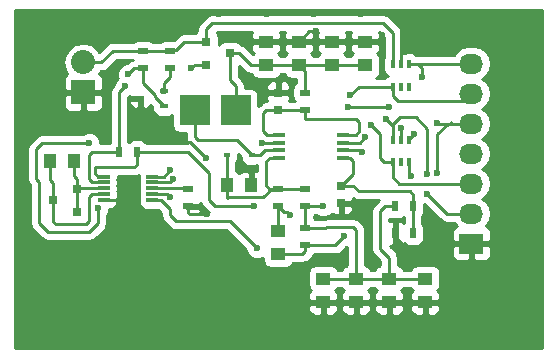
<source format=gbr>
G04 #@! TF.FileFunction,Copper,L1,Top,Signal*
%FSLAX46Y46*%
G04 Gerber Fmt 4.6, Leading zero omitted, Abs format (unit mm)*
G04 Created by KiCad (PCBNEW 0.201604232031+6710~44~ubuntu16.04.1-product) date Wed 27 Apr 2016 04:55:32 PM PDT*
%MOMM*%
%LPD*%
G01*
G04 APERTURE LIST*
%ADD10C,0.100000*%
%ADD11R,1.250000X1.000000*%
%ADD12R,0.750000X0.800000*%
%ADD13R,1.000000X1.250000*%
%ADD14R,0.590000X0.450000*%
%ADD15R,0.398780X0.749300*%
%ADD16R,1.000000X0.300000*%
%ADD17R,2.500000X2.500000*%
%ADD18R,2.032000X2.032000*%
%ADD19O,2.032000X2.032000*%
%ADD20R,2.032000X1.727200*%
%ADD21O,2.032000X1.727200*%
%ADD22R,0.711200X0.457200*%
%ADD23R,0.800100X0.800100*%
%ADD24R,0.900000X0.500000*%
%ADD25R,0.500000X0.900000*%
%ADD26R,1.016000X0.305000*%
%ADD27C,0.600000*%
%ADD28C,0.250000*%
%ADD29C,0.254000*%
G04 APERTURE END LIST*
D10*
D11*
X181356000Y-72374000D03*
X181356000Y-70374000D03*
X178562000Y-72374000D03*
X178562000Y-70374000D03*
X175768000Y-72374000D03*
X175768000Y-70374000D03*
X172974000Y-72374000D03*
X172974000Y-70374000D03*
D12*
X173990000Y-76188000D03*
X173990000Y-74688000D03*
D13*
X169688000Y-82550000D03*
X171688000Y-82550000D03*
D12*
X179324000Y-82562000D03*
X179324000Y-84062000D03*
D11*
X173990000Y-88376000D03*
X173990000Y-86376000D03*
X186436000Y-90440000D03*
X186436000Y-92440000D03*
X183388000Y-90440000D03*
X183388000Y-92440000D03*
D13*
X154702000Y-80518000D03*
X156702000Y-80518000D03*
D11*
X177800000Y-90440000D03*
X177800000Y-92440000D03*
X180594000Y-90440000D03*
X180594000Y-92440000D03*
D14*
X169633000Y-80010000D03*
X171743000Y-80010000D03*
D15*
X185028840Y-72303640D03*
X184378600Y-72303640D03*
X183728360Y-72303640D03*
X183728360Y-74203560D03*
X184378600Y-74203560D03*
X185028840Y-74203560D03*
D16*
X174084000Y-80223000D03*
X174084000Y-79573000D03*
X174084000Y-78923000D03*
X174084000Y-78273000D03*
X179484000Y-80223000D03*
X179484000Y-79573000D03*
X179484000Y-78923000D03*
X179484000Y-78273000D03*
D15*
X185028840Y-78704440D03*
X184378600Y-78704440D03*
X183728360Y-78704440D03*
X183728360Y-80604360D03*
X184378600Y-80604360D03*
X185028840Y-80604360D03*
D17*
X166906000Y-76200000D03*
X170406000Y-76200000D03*
D18*
X157480000Y-74676000D03*
D19*
X157480000Y-72136000D03*
D20*
X190347600Y-87477600D03*
D21*
X190347600Y-84937600D03*
X190347600Y-82397600D03*
X190347600Y-79857600D03*
X190347600Y-77317600D03*
X190347600Y-74777600D03*
X190347600Y-72237600D03*
D22*
X164338000Y-75844400D03*
X164338000Y-74523600D03*
X162306000Y-75184000D03*
D23*
X167909240Y-70424000D03*
X167909240Y-72324000D03*
X169908220Y-71374000D03*
X156956760Y-84770000D03*
X156956760Y-82870000D03*
X154957780Y-83820000D03*
D24*
X164846000Y-71132000D03*
X164846000Y-72632000D03*
X162560000Y-71132000D03*
X162560000Y-72632000D03*
X176276000Y-76188000D03*
X176276000Y-74688000D03*
X173990000Y-82816000D03*
X173990000Y-84316000D03*
X176276000Y-84316000D03*
X176276000Y-82816000D03*
X176276000Y-86118000D03*
X176276000Y-87618000D03*
D25*
X183908000Y-84328000D03*
X185408000Y-84328000D03*
X185408000Y-86614000D03*
X183908000Y-86614000D03*
X160540000Y-79756000D03*
X162040000Y-79756000D03*
D24*
X166370000Y-82816000D03*
X166370000Y-84316000D03*
D26*
X159244000Y-81804000D03*
X159244000Y-82304000D03*
X159244000Y-82804000D03*
X159244000Y-83304000D03*
X159244000Y-83804000D03*
X163336000Y-81804000D03*
X163336000Y-82304000D03*
X163336000Y-82804000D03*
X163336000Y-83304000D03*
X163336000Y-83804000D03*
D27*
X158750000Y-84500000D03*
X158000000Y-79000000D03*
X185000000Y-88000000D03*
X181900000Y-89500000D03*
X184400000Y-77700000D03*
X188000000Y-90000000D03*
X177170000Y-69520000D03*
X170850000Y-72750000D03*
X172580000Y-78920000D03*
X182790000Y-69840000D03*
X171180000Y-69740000D03*
X172480000Y-75670000D03*
X162000000Y-77000000D03*
X171710000Y-81350000D03*
X167890000Y-80220000D03*
X167970000Y-84960000D03*
X161000000Y-83000000D03*
X196000000Y-96000000D03*
X196000000Y-92000000D03*
X196000000Y-88000000D03*
X196000000Y-84000000D03*
X196000000Y-79000000D03*
X196000000Y-75000000D03*
X196000000Y-71000000D03*
X196000000Y-68000000D03*
X193000000Y-68000000D03*
X189000000Y-68000000D03*
X185000000Y-68000000D03*
X181000000Y-68000000D03*
X177000000Y-68000000D03*
X173000000Y-68000000D03*
X169000000Y-68000000D03*
X165000000Y-68000000D03*
X161000000Y-68000000D03*
X157000000Y-68000000D03*
X152000000Y-68000000D03*
X152000000Y-72000000D03*
X152000000Y-76000000D03*
X152000000Y-80000000D03*
X152000000Y-84000000D03*
X152000000Y-89000000D03*
X152000000Y-92000000D03*
X152000000Y-96000000D03*
X155000000Y-96000000D03*
X155000000Y-92000000D03*
X155000000Y-89000000D03*
X158000000Y-89000000D03*
X158000000Y-92000000D03*
X158000000Y-96000000D03*
X162000000Y-96000000D03*
X162000000Y-92000000D03*
X162000000Y-89000000D03*
X162000000Y-86000000D03*
X166000000Y-87000000D03*
X166000000Y-89000000D03*
X166000000Y-92000000D03*
X166000000Y-96000000D03*
X170000000Y-96000000D03*
X170000000Y-92000000D03*
X170000000Y-89000000D03*
X173000000Y-92000000D03*
X174000000Y-96000000D03*
X178000000Y-96000000D03*
X183000000Y-96000000D03*
X188000000Y-96000000D03*
X192000000Y-96000000D03*
X179578000Y-86868000D03*
X181356000Y-78486000D03*
X175006000Y-85090000D03*
X181102000Y-79756000D03*
X177800000Y-84328000D03*
X171958000Y-84328000D03*
X166624000Y-72644000D03*
X161290000Y-73152000D03*
X180086000Y-74930000D03*
X164846000Y-81280000D03*
X186600000Y-83250000D03*
X186600000Y-81560000D03*
X164338000Y-74523600D03*
X183134000Y-76962000D03*
X179870000Y-75940000D03*
X183350000Y-75920000D03*
X186182000Y-73406000D03*
X161036000Y-74168000D03*
X185450000Y-78220000D03*
X187410000Y-77310000D03*
X187452000Y-81534000D03*
X172212000Y-87884000D03*
X181864000Y-77470000D03*
X165100000Y-82042000D03*
X185250000Y-81750000D03*
X164846000Y-83566000D03*
D28*
X158750000Y-84500000D02*
X158750000Y-85750000D01*
X154000000Y-79000000D02*
X158000000Y-79000000D01*
X153500000Y-79500000D02*
X154000000Y-79000000D01*
X153500000Y-82000000D02*
X153500000Y-79500000D01*
X153750000Y-82250000D02*
X153500000Y-82000000D01*
X153750000Y-85750000D02*
X153750000Y-82250000D01*
X154500000Y-86500000D02*
X153750000Y-85750000D01*
X158000000Y-86500000D02*
X154500000Y-86500000D01*
X158750000Y-85750000D02*
X158000000Y-86500000D01*
X176276000Y-74688000D02*
X176276000Y-72882000D01*
X176276000Y-72882000D02*
X175768000Y-72374000D01*
X172974000Y-72374000D02*
X175768000Y-72374000D01*
X175768000Y-72374000D02*
X178562000Y-72374000D01*
X178562000Y-72374000D02*
X181356000Y-72374000D01*
X169908220Y-71374000D02*
X169908220Y-73642220D01*
X170406000Y-74140000D02*
X170406000Y-76200000D01*
X169908220Y-73642220D02*
X170406000Y-74140000D01*
X169908220Y-71374000D02*
X170688000Y-71374000D01*
X171688000Y-72374000D02*
X172974000Y-72374000D01*
X170688000Y-71374000D02*
X171688000Y-72374000D01*
X159244000Y-83804000D02*
X161000000Y-83804000D01*
X160900000Y-83700000D02*
X161000000Y-83700000D01*
X160900000Y-83704000D02*
X160900000Y-83700000D01*
X161000000Y-83804000D02*
X160900000Y-83704000D01*
X184378600Y-78704440D02*
X184378600Y-77721400D01*
X184378600Y-77721400D02*
X184400000Y-77700000D01*
X183908000Y-86614000D02*
X183908000Y-86908000D01*
X183908000Y-86908000D02*
X185000000Y-88000000D01*
X188000000Y-90000000D02*
X188000000Y-89000000D01*
X188000000Y-96000000D02*
X188000000Y-90000000D01*
X187000000Y-88000000D02*
X185000000Y-88000000D01*
X188000000Y-89000000D02*
X187000000Y-88000000D01*
X184378600Y-72303640D02*
X184378600Y-68621400D01*
X184378600Y-68621400D02*
X185000000Y-68000000D01*
X181356000Y-70374000D02*
X178562000Y-70374000D01*
X178562000Y-70374000D02*
X175768000Y-70374000D01*
X175768000Y-70374000D02*
X172974000Y-70374000D01*
X177170000Y-69520000D02*
X176622000Y-69520000D01*
X176622000Y-69520000D02*
X175768000Y-70374000D01*
X172480000Y-75670000D02*
X172480000Y-74660000D01*
X170850000Y-73030000D02*
X170850000Y-72750000D01*
X172480000Y-74660000D02*
X170850000Y-73030000D01*
X174084000Y-78923000D02*
X172583000Y-78923000D01*
X172583000Y-78923000D02*
X172580000Y-78920000D01*
X182790000Y-69840000D02*
X182730000Y-69840000D01*
X171160000Y-69760000D02*
X171160000Y-69770000D01*
X171180000Y-69740000D02*
X171160000Y-69760000D01*
X172480000Y-75670000D02*
X172480000Y-75650000D01*
X162000000Y-77000000D02*
X163110000Y-77000000D01*
X171688000Y-81372000D02*
X171688000Y-82550000D01*
X171710000Y-81350000D02*
X171688000Y-81372000D01*
X166520000Y-78850000D02*
X167890000Y-80220000D01*
X164960000Y-78850000D02*
X166520000Y-78850000D01*
X163110000Y-77000000D02*
X164960000Y-78850000D01*
X167970000Y-84960000D02*
X166480000Y-84960000D01*
X166370000Y-84850000D02*
X166370000Y-84316000D01*
X166480000Y-84960000D02*
X166370000Y-84850000D01*
X167920000Y-85010000D02*
X167920000Y-85020000D01*
X167970000Y-84960000D02*
X167920000Y-85010000D01*
X162000000Y-86000000D02*
X161000000Y-85000000D01*
X161000000Y-85000000D02*
X161000000Y-83700000D01*
X161000000Y-83700000D02*
X161000000Y-83000000D01*
X196000000Y-92000000D02*
X196000000Y-88000000D01*
X196000000Y-88000000D02*
X196000000Y-96000000D01*
X196000000Y-84000000D02*
X196000000Y-79000000D01*
X196000000Y-75000000D02*
X196000000Y-71000000D01*
X196000000Y-68000000D02*
X193000000Y-68000000D01*
X189000000Y-68000000D02*
X185000000Y-68000000D01*
X181000000Y-68000000D02*
X177000000Y-68000000D01*
X173000000Y-68000000D02*
X169000000Y-68000000D01*
X165000000Y-68000000D02*
X161000000Y-68000000D01*
X157000000Y-68000000D02*
X152000000Y-68000000D01*
X152000000Y-72000000D02*
X152000000Y-76000000D01*
X152000000Y-80000000D02*
X152000000Y-84000000D01*
X152000000Y-89000000D02*
X152000000Y-92000000D01*
X152000000Y-96000000D02*
X155000000Y-96000000D01*
X155000000Y-92000000D02*
X155000000Y-89000000D01*
X158000000Y-89000000D02*
X158000000Y-92000000D01*
X158000000Y-96000000D02*
X162000000Y-96000000D01*
X162000000Y-92000000D02*
X162000000Y-89000000D01*
X162000000Y-86000000D02*
X163000000Y-87000000D01*
X163000000Y-87000000D02*
X166000000Y-87000000D01*
X166000000Y-89000000D02*
X166000000Y-92000000D01*
X166000000Y-96000000D02*
X170000000Y-96000000D01*
X170000000Y-92000000D02*
X170000000Y-89000000D01*
X173000000Y-92000000D02*
X174000000Y-93000000D01*
X174000000Y-93000000D02*
X174000000Y-96000000D01*
X178000000Y-96000000D02*
X183000000Y-96000000D01*
X188000000Y-96000000D02*
X192000000Y-96000000D01*
X190347600Y-87477600D02*
X195477600Y-87477600D01*
X195477600Y-87477600D02*
X196000000Y-88000000D01*
X169688000Y-82550000D02*
X169688000Y-83582000D01*
X173470000Y-82816000D02*
X173990000Y-82816000D01*
X172720000Y-83566000D02*
X173470000Y-82816000D01*
X169704000Y-83566000D02*
X172720000Y-83566000D01*
X169688000Y-83582000D02*
X169704000Y-83566000D01*
X174084000Y-80223000D02*
X173269000Y-80223000D01*
X173269000Y-80223000D02*
X172974000Y-80518000D01*
X172974000Y-80518000D02*
X172974000Y-82550000D01*
X172974000Y-82550000D02*
X173240000Y-82816000D01*
X173240000Y-82816000D02*
X173990000Y-82816000D01*
X176276000Y-82816000D02*
X173990000Y-82816000D01*
X169633000Y-80010000D02*
X169633000Y-82495000D01*
X169633000Y-82495000D02*
X169688000Y-82550000D01*
X174084000Y-82722000D02*
X173990000Y-82816000D01*
X185408000Y-84328000D02*
X185408000Y-86614000D01*
X179484000Y-80223000D02*
X180045000Y-80223000D01*
X180340000Y-81546000D02*
X179324000Y-82562000D01*
X180340000Y-80518000D02*
X180340000Y-81546000D01*
X180045000Y-80223000D02*
X180340000Y-80518000D01*
X185408000Y-84328000D02*
X185408000Y-83324000D01*
X180352000Y-82562000D02*
X179324000Y-82562000D01*
X180848000Y-83058000D02*
X180352000Y-82562000D01*
X185142000Y-83058000D02*
X180848000Y-83058000D01*
X185408000Y-83324000D02*
X185142000Y-83058000D01*
X179484000Y-78923000D02*
X180919000Y-78923000D01*
X178828000Y-87618000D02*
X176276000Y-87618000D01*
X179578000Y-86868000D02*
X178828000Y-87618000D01*
X180919000Y-78923000D02*
X181356000Y-78486000D01*
X173990000Y-88376000D02*
X176038000Y-88376000D01*
X176276000Y-88138000D02*
X176276000Y-87618000D01*
X176038000Y-88376000D02*
X176276000Y-88138000D01*
X179484000Y-79573000D02*
X180919000Y-79573000D01*
X174510000Y-84836000D02*
X173990000Y-84316000D01*
X174752000Y-84836000D02*
X174510000Y-84836000D01*
X175006000Y-85090000D02*
X174752000Y-84836000D01*
X180919000Y-79573000D02*
X181102000Y-79756000D01*
X173990000Y-84316000D02*
X173990000Y-86376000D01*
X183388000Y-90440000D02*
X183388000Y-88678000D01*
X183052000Y-84328000D02*
X183908000Y-84328000D01*
X182640000Y-84740000D02*
X183052000Y-84328000D01*
X182640000Y-87930000D02*
X182640000Y-84740000D01*
X183388000Y-88678000D02*
X182640000Y-87930000D01*
X162040000Y-79756000D02*
X166370000Y-79756000D01*
X177788000Y-84316000D02*
X176276000Y-84316000D01*
X177800000Y-84328000D02*
X177788000Y-84316000D01*
X168656000Y-84328000D02*
X171958000Y-84328000D01*
X168148000Y-83820000D02*
X168656000Y-84328000D01*
X168148000Y-81534000D02*
X168148000Y-83820000D01*
X166370000Y-79756000D02*
X168148000Y-81534000D01*
X177800000Y-90440000D02*
X180594000Y-90440000D01*
X180594000Y-90440000D02*
X183388000Y-90440000D01*
X183388000Y-90440000D02*
X186436000Y-90440000D01*
X176276000Y-86118000D02*
X178066000Y-86118000D01*
X180594000Y-86360000D02*
X180594000Y-90440000D01*
X180340000Y-86106000D02*
X180594000Y-86360000D01*
X178078000Y-86106000D02*
X180340000Y-86106000D01*
X178066000Y-86118000D02*
X178078000Y-86106000D01*
X176276000Y-84316000D02*
X176276000Y-86118000D01*
X159244000Y-81804000D02*
X158708002Y-81804000D01*
X162040000Y-80784000D02*
X162040000Y-79756000D01*
X161798000Y-81026000D02*
X162040000Y-80784000D01*
X158496000Y-81026000D02*
X161798000Y-81026000D01*
X158438002Y-81083998D02*
X158496000Y-81026000D01*
X158438002Y-81534000D02*
X158438002Y-81083998D01*
X158708002Y-81804000D02*
X158438002Y-81534000D01*
X154957780Y-83820000D02*
X154957780Y-82313780D01*
X154702000Y-82058000D02*
X154702000Y-80518000D01*
X154957780Y-82313780D02*
X154702000Y-82058000D01*
X159244000Y-83304000D02*
X158250000Y-83304000D01*
X154957780Y-85615780D02*
X154957780Y-83820000D01*
X155194000Y-85852000D02*
X154957780Y-85615780D01*
X157734000Y-85852000D02*
X155194000Y-85852000D01*
X157988000Y-85598000D02*
X157734000Y-85852000D01*
X157988000Y-83566000D02*
X157988000Y-85598000D01*
X158250000Y-83304000D02*
X157988000Y-83566000D01*
X156956760Y-82870000D02*
X156956760Y-82026760D01*
X156702000Y-81772000D02*
X156702000Y-80518000D01*
X156956760Y-82026760D02*
X156702000Y-81772000D01*
X159244000Y-82804000D02*
X157022760Y-82804000D01*
X157022760Y-82804000D02*
X156956760Y-82870000D01*
X156956760Y-82870000D02*
X156956760Y-84770000D01*
X174084000Y-79573000D02*
X172903000Y-79573000D01*
X172466000Y-80010000D02*
X171743000Y-80010000D01*
X172903000Y-79573000D02*
X172466000Y-80010000D01*
X166906000Y-76200000D02*
X166906000Y-78458000D01*
X170473000Y-78740000D02*
X171743000Y-80010000D01*
X167188000Y-78740000D02*
X170473000Y-78740000D01*
X166906000Y-78458000D02*
X167188000Y-78740000D01*
X162560000Y-72632000D02*
X161810000Y-72632000D01*
X166944000Y-72324000D02*
X167909240Y-72324000D01*
X166624000Y-72644000D02*
X166944000Y-72324000D01*
X161810000Y-72632000D02*
X161290000Y-73152000D01*
X162560000Y-72632000D02*
X162560000Y-73914000D01*
X163576000Y-75082400D02*
X164338000Y-75844400D01*
X163576000Y-74930000D02*
X163576000Y-75082400D01*
X162560000Y-73914000D02*
X163576000Y-74930000D01*
X163336000Y-81804000D02*
X164322000Y-81804000D01*
X180812440Y-74203560D02*
X183728360Y-74203560D01*
X180086000Y-74930000D02*
X180812440Y-74203560D01*
X164322000Y-81804000D02*
X164846000Y-81280000D01*
X183728360Y-74203560D02*
X183728360Y-75016360D01*
X184150000Y-75438000D02*
X189687200Y-75438000D01*
X183728360Y-75016360D02*
X184150000Y-75438000D01*
X189687200Y-75438000D02*
X190347600Y-74777600D01*
X167909240Y-70424000D02*
X167909240Y-69326760D01*
X183728360Y-69682360D02*
X183728360Y-72303640D01*
X182880000Y-68834000D02*
X183728360Y-69682360D01*
X168402000Y-68834000D02*
X182880000Y-68834000D01*
X167909240Y-69326760D02*
X168402000Y-68834000D01*
X157480000Y-72136000D02*
X159004000Y-72136000D01*
X160008000Y-71132000D02*
X162560000Y-71132000D01*
X159004000Y-72136000D02*
X160008000Y-71132000D01*
X162560000Y-71132000D02*
X164846000Y-71132000D01*
X164846000Y-71132000D02*
X164858000Y-71120000D01*
X164858000Y-71120000D02*
X165354000Y-71120000D01*
X165354000Y-71120000D02*
X166050000Y-70424000D01*
X166050000Y-70424000D02*
X167909240Y-70424000D01*
X183728360Y-78704440D02*
X183728360Y-77381640D01*
X188287600Y-84937600D02*
X190347600Y-84937600D01*
X186600000Y-83250000D02*
X188287600Y-84937600D01*
X186600000Y-77740000D02*
X186600000Y-81560000D01*
X185640000Y-76780000D02*
X186600000Y-77740000D01*
X184330000Y-76780000D02*
X185640000Y-76780000D01*
X183728360Y-77381640D02*
X184330000Y-76780000D01*
X164338000Y-73914000D02*
X164846000Y-73406000D01*
X164846000Y-72632000D02*
X164846000Y-73406000D01*
X164338000Y-74523600D02*
X164338000Y-73914000D01*
X183728360Y-77556360D02*
X183728360Y-78704440D01*
X183134000Y-76962000D02*
X183728360Y-77556360D01*
X179484000Y-78273000D02*
X180553000Y-78273000D01*
X176276000Y-76962000D02*
X176276000Y-76188000D01*
X180594000Y-76962000D02*
X176276000Y-76962000D01*
X180848000Y-77216000D02*
X180594000Y-76962000D01*
X180848000Y-77978000D02*
X180848000Y-77216000D01*
X180553000Y-78273000D02*
X180848000Y-77978000D01*
X174084000Y-78273000D02*
X173015000Y-78273000D01*
X172986000Y-76188000D02*
X173990000Y-76188000D01*
X172720000Y-76454000D02*
X172986000Y-76188000D01*
X172720000Y-77978000D02*
X172720000Y-76454000D01*
X173015000Y-78273000D02*
X172720000Y-77978000D01*
X174084000Y-76282000D02*
X173990000Y-76188000D01*
X173990000Y-76188000D02*
X176276000Y-76188000D01*
X183330000Y-75940000D02*
X179870000Y-75940000D01*
X183350000Y-75920000D02*
X183330000Y-75940000D01*
X160540000Y-79756000D02*
X160540000Y-74664000D01*
X185928000Y-72390000D02*
X185928000Y-72303640D01*
X185841640Y-72303640D02*
X185928000Y-72390000D01*
X186182000Y-72644000D02*
X185841640Y-72303640D01*
X186182000Y-73406000D02*
X186182000Y-72644000D01*
X160540000Y-74664000D02*
X161036000Y-74168000D01*
X185028840Y-72303640D02*
X185928000Y-72303640D01*
X185928000Y-72303640D02*
X190281560Y-72303640D01*
X190281560Y-72303640D02*
X190347600Y-72237600D01*
X159244000Y-82304000D02*
X158250000Y-82304000D01*
X158242000Y-79756000D02*
X160540000Y-79756000D01*
X157988000Y-80010000D02*
X158242000Y-79756000D01*
X157988000Y-82042000D02*
X157988000Y-80010000D01*
X158250000Y-82304000D02*
X157988000Y-82042000D01*
X185028840Y-78704440D02*
X185028840Y-78641160D01*
X185028840Y-78641160D02*
X185450000Y-78220000D01*
X187410000Y-77310000D02*
X187417600Y-77317600D01*
X187417600Y-77317600D02*
X188542400Y-77317600D01*
X188542400Y-77317600D02*
X188640000Y-77220000D01*
X188640000Y-77220000D02*
X188640000Y-77317600D01*
X163336000Y-83804000D02*
X164068000Y-83804000D01*
X188366400Y-77317600D02*
X188640000Y-77317600D01*
X188640000Y-77317600D02*
X190347600Y-77317600D01*
X187452000Y-78232000D02*
X188366400Y-77317600D01*
X187452000Y-81534000D02*
X187452000Y-78232000D01*
X169926000Y-85598000D02*
X172212000Y-87884000D01*
X165354000Y-85598000D02*
X169926000Y-85598000D01*
X164846000Y-85090000D02*
X165354000Y-85598000D01*
X164846000Y-84582000D02*
X164846000Y-85090000D01*
X164068000Y-83804000D02*
X164846000Y-84582000D01*
X163336000Y-82304000D02*
X164838000Y-82304000D01*
X182966360Y-80604360D02*
X183728360Y-80604360D01*
X182626000Y-80264000D02*
X182966360Y-80604360D01*
X182626000Y-78232000D02*
X182626000Y-80264000D01*
X181864000Y-77470000D02*
X182626000Y-78232000D01*
X164838000Y-82304000D02*
X165100000Y-82042000D01*
X183728360Y-80604360D02*
X183728360Y-81874360D01*
X184251600Y-82397600D02*
X190347600Y-82397600D01*
X183728360Y-81874360D02*
X184251600Y-82397600D01*
X185028840Y-80604360D02*
X185028840Y-81528840D01*
X185028840Y-81528840D02*
X185250000Y-81750000D01*
X163336000Y-83304000D02*
X164584000Y-83304000D01*
X164584000Y-83304000D02*
X164846000Y-83566000D01*
X163336000Y-82804000D02*
X166358000Y-82804000D01*
X166358000Y-82804000D02*
X166370000Y-82816000D01*
D29*
G36*
X196315000Y-96315000D02*
X151685000Y-96315000D01*
X151685000Y-92725750D01*
X176540000Y-92725750D01*
X176540000Y-93066309D01*
X176636673Y-93299698D01*
X176815301Y-93478327D01*
X177048690Y-93575000D01*
X177514250Y-93575000D01*
X177673000Y-93416250D01*
X177673000Y-92567000D01*
X177927000Y-92567000D01*
X177927000Y-93416250D01*
X178085750Y-93575000D01*
X178551310Y-93575000D01*
X178784699Y-93478327D01*
X178963327Y-93299698D01*
X179060000Y-93066309D01*
X179060000Y-92725750D01*
X179334000Y-92725750D01*
X179334000Y-93066309D01*
X179430673Y-93299698D01*
X179609301Y-93478327D01*
X179842690Y-93575000D01*
X180308250Y-93575000D01*
X180467000Y-93416250D01*
X180467000Y-92567000D01*
X180721000Y-92567000D01*
X180721000Y-93416250D01*
X180879750Y-93575000D01*
X181345310Y-93575000D01*
X181578699Y-93478327D01*
X181757327Y-93299698D01*
X181854000Y-93066309D01*
X181854000Y-92725750D01*
X182128000Y-92725750D01*
X182128000Y-93066309D01*
X182224673Y-93299698D01*
X182403301Y-93478327D01*
X182636690Y-93575000D01*
X183102250Y-93575000D01*
X183261000Y-93416250D01*
X183261000Y-92567000D01*
X183515000Y-92567000D01*
X183515000Y-93416250D01*
X183673750Y-93575000D01*
X184139310Y-93575000D01*
X184372699Y-93478327D01*
X184551327Y-93299698D01*
X184648000Y-93066309D01*
X184648000Y-92725750D01*
X185176000Y-92725750D01*
X185176000Y-93066309D01*
X185272673Y-93299698D01*
X185451301Y-93478327D01*
X185684690Y-93575000D01*
X186150250Y-93575000D01*
X186309000Y-93416250D01*
X186309000Y-92567000D01*
X186563000Y-92567000D01*
X186563000Y-93416250D01*
X186721750Y-93575000D01*
X187187310Y-93575000D01*
X187420699Y-93478327D01*
X187599327Y-93299698D01*
X187696000Y-93066309D01*
X187696000Y-92725750D01*
X187537250Y-92567000D01*
X186563000Y-92567000D01*
X186309000Y-92567000D01*
X185334750Y-92567000D01*
X185176000Y-92725750D01*
X184648000Y-92725750D01*
X184489250Y-92567000D01*
X183515000Y-92567000D01*
X183261000Y-92567000D01*
X182286750Y-92567000D01*
X182128000Y-92725750D01*
X181854000Y-92725750D01*
X181695250Y-92567000D01*
X180721000Y-92567000D01*
X180467000Y-92567000D01*
X179492750Y-92567000D01*
X179334000Y-92725750D01*
X179060000Y-92725750D01*
X178901250Y-92567000D01*
X177927000Y-92567000D01*
X177673000Y-92567000D01*
X176698750Y-92567000D01*
X176540000Y-92725750D01*
X151685000Y-92725750D01*
X151685000Y-79500000D01*
X152740000Y-79500000D01*
X152740000Y-82000000D01*
X152797852Y-82290839D01*
X152962599Y-82537401D01*
X152990000Y-82564802D01*
X152990000Y-85750000D01*
X153047852Y-86040839D01*
X153212599Y-86287401D01*
X153962599Y-87037401D01*
X154209160Y-87202148D01*
X154500000Y-87260000D01*
X158000000Y-87260000D01*
X158290839Y-87202148D01*
X158537401Y-87037401D01*
X159287401Y-86287401D01*
X159452148Y-86040840D01*
X159510000Y-85750000D01*
X159510000Y-85062463D01*
X159542192Y-85030327D01*
X159684838Y-84686799D01*
X159684921Y-84591500D01*
X159878309Y-84591500D01*
X160111698Y-84494827D01*
X160290327Y-84316199D01*
X160387000Y-84082810D01*
X160387000Y-84039000D01*
X160230838Y-83882838D01*
X160350157Y-83704265D01*
X160374595Y-83581405D01*
X160387000Y-83569000D01*
X160387000Y-83525190D01*
X160386174Y-83523195D01*
X160399440Y-83456500D01*
X160399440Y-83151500D01*
X160380046Y-83054000D01*
X160399440Y-82956500D01*
X160399440Y-82651500D01*
X160380046Y-82554000D01*
X160399440Y-82456500D01*
X160399440Y-82151500D01*
X160380046Y-82054000D01*
X160399440Y-81956500D01*
X160399440Y-81786000D01*
X161798000Y-81786000D01*
X162088839Y-81728148D01*
X162180560Y-81666862D01*
X162180560Y-81956500D01*
X162199954Y-82054000D01*
X162180560Y-82151500D01*
X162180560Y-82456500D01*
X162199954Y-82554000D01*
X162180560Y-82651500D01*
X162180560Y-82956500D01*
X162199954Y-83054000D01*
X162180560Y-83151500D01*
X162180560Y-83456500D01*
X162199954Y-83554000D01*
X162180560Y-83651500D01*
X162180560Y-83956500D01*
X162229843Y-84204265D01*
X162370191Y-84414309D01*
X162580235Y-84554657D01*
X162828000Y-84603940D01*
X163793138Y-84603940D01*
X164086000Y-84896802D01*
X164086000Y-85090000D01*
X164143852Y-85380839D01*
X164308599Y-85627401D01*
X164816599Y-86135401D01*
X165063161Y-86300148D01*
X165354000Y-86358000D01*
X169611198Y-86358000D01*
X171276878Y-88023680D01*
X171276838Y-88069167D01*
X171418883Y-88412943D01*
X171681673Y-88676192D01*
X172025201Y-88818838D01*
X172397167Y-88819162D01*
X172717560Y-88686779D01*
X172717560Y-88876000D01*
X172766843Y-89123765D01*
X172907191Y-89333809D01*
X173117235Y-89474157D01*
X173365000Y-89523440D01*
X174615000Y-89523440D01*
X174862765Y-89474157D01*
X175072809Y-89333809D01*
X175204982Y-89136000D01*
X176038000Y-89136000D01*
X176328839Y-89078148D01*
X176575401Y-88913401D01*
X176813401Y-88675401D01*
X176950063Y-88470872D01*
X176973765Y-88466157D01*
X177105700Y-88378000D01*
X178828000Y-88378000D01*
X179118839Y-88320148D01*
X179365401Y-88155401D01*
X179717680Y-87803122D01*
X179763167Y-87803162D01*
X179834000Y-87773894D01*
X179834000Y-89319413D01*
X179721235Y-89341843D01*
X179511191Y-89482191D01*
X179379018Y-89680000D01*
X179014982Y-89680000D01*
X178882809Y-89482191D01*
X178672765Y-89341843D01*
X178425000Y-89292560D01*
X177175000Y-89292560D01*
X176927235Y-89341843D01*
X176717191Y-89482191D01*
X176576843Y-89692235D01*
X176527560Y-89940000D01*
X176527560Y-90940000D01*
X176576843Y-91187765D01*
X176717191Y-91397809D01*
X176778320Y-91438654D01*
X176636673Y-91580302D01*
X176540000Y-91813691D01*
X176540000Y-92154250D01*
X176698750Y-92313000D01*
X177673000Y-92313000D01*
X177673000Y-92293000D01*
X177927000Y-92293000D01*
X177927000Y-92313000D01*
X178901250Y-92313000D01*
X179060000Y-92154250D01*
X179060000Y-91813691D01*
X178963327Y-91580302D01*
X178821680Y-91438654D01*
X178882809Y-91397809D01*
X179014982Y-91200000D01*
X179379018Y-91200000D01*
X179511191Y-91397809D01*
X179572320Y-91438654D01*
X179430673Y-91580302D01*
X179334000Y-91813691D01*
X179334000Y-92154250D01*
X179492750Y-92313000D01*
X180467000Y-92313000D01*
X180467000Y-92293000D01*
X180721000Y-92293000D01*
X180721000Y-92313000D01*
X181695250Y-92313000D01*
X181854000Y-92154250D01*
X181854000Y-91813691D01*
X181757327Y-91580302D01*
X181615680Y-91438654D01*
X181676809Y-91397809D01*
X181808982Y-91200000D01*
X182173018Y-91200000D01*
X182305191Y-91397809D01*
X182366320Y-91438654D01*
X182224673Y-91580302D01*
X182128000Y-91813691D01*
X182128000Y-92154250D01*
X182286750Y-92313000D01*
X183261000Y-92313000D01*
X183261000Y-92293000D01*
X183515000Y-92293000D01*
X183515000Y-92313000D01*
X184489250Y-92313000D01*
X184648000Y-92154250D01*
X184648000Y-91813691D01*
X184551327Y-91580302D01*
X184409680Y-91438654D01*
X184470809Y-91397809D01*
X184602982Y-91200000D01*
X185221018Y-91200000D01*
X185353191Y-91397809D01*
X185414320Y-91438654D01*
X185272673Y-91580302D01*
X185176000Y-91813691D01*
X185176000Y-92154250D01*
X185334750Y-92313000D01*
X186309000Y-92313000D01*
X186309000Y-92293000D01*
X186563000Y-92293000D01*
X186563000Y-92313000D01*
X187537250Y-92313000D01*
X187696000Y-92154250D01*
X187696000Y-91813691D01*
X187599327Y-91580302D01*
X187457680Y-91438654D01*
X187518809Y-91397809D01*
X187659157Y-91187765D01*
X187708440Y-90940000D01*
X187708440Y-89940000D01*
X187659157Y-89692235D01*
X187518809Y-89482191D01*
X187308765Y-89341843D01*
X187061000Y-89292560D01*
X185811000Y-89292560D01*
X185563235Y-89341843D01*
X185353191Y-89482191D01*
X185221018Y-89680000D01*
X184602982Y-89680000D01*
X184470809Y-89482191D01*
X184260765Y-89341843D01*
X184148000Y-89319413D01*
X184148000Y-88678000D01*
X184090148Y-88387161D01*
X183925401Y-88140599D01*
X183548152Y-87763350D01*
X188696600Y-87763350D01*
X188696600Y-88467510D01*
X188793273Y-88700899D01*
X188971902Y-88879527D01*
X189205291Y-88976200D01*
X190061850Y-88976200D01*
X190220600Y-88817450D01*
X190220600Y-87604600D01*
X190474600Y-87604600D01*
X190474600Y-88817450D01*
X190633350Y-88976200D01*
X191489909Y-88976200D01*
X191723298Y-88879527D01*
X191901927Y-88700899D01*
X191998600Y-88467510D01*
X191998600Y-87763350D01*
X191839850Y-87604600D01*
X190474600Y-87604600D01*
X190220600Y-87604600D01*
X188855350Y-87604600D01*
X188696600Y-87763350D01*
X183548152Y-87763350D01*
X183449939Y-87665137D01*
X183531691Y-87699000D01*
X183624250Y-87699000D01*
X183783000Y-87540250D01*
X183783000Y-86741000D01*
X183761000Y-86741000D01*
X183761000Y-86487000D01*
X183783000Y-86487000D01*
X183783000Y-85687750D01*
X183624250Y-85529000D01*
X183531691Y-85529000D01*
X183400000Y-85583548D01*
X183400000Y-85369318D01*
X183410235Y-85376157D01*
X183658000Y-85425440D01*
X184158000Y-85425440D01*
X184405765Y-85376157D01*
X184615809Y-85235809D01*
X184648000Y-85187632D01*
X184648000Y-85755974D01*
X184517698Y-85625673D01*
X184284309Y-85529000D01*
X184191750Y-85529000D01*
X184033000Y-85687750D01*
X184033000Y-86487000D01*
X184055000Y-86487000D01*
X184055000Y-86741000D01*
X184033000Y-86741000D01*
X184033000Y-87540250D01*
X184191750Y-87699000D01*
X184284309Y-87699000D01*
X184517698Y-87602327D01*
X184659346Y-87460680D01*
X184700191Y-87521809D01*
X184910235Y-87662157D01*
X185158000Y-87711440D01*
X185658000Y-87711440D01*
X185905765Y-87662157D01*
X186115809Y-87521809D01*
X186256157Y-87311765D01*
X186305440Y-87064000D01*
X186305440Y-86164000D01*
X186256157Y-85916235D01*
X186168000Y-85784300D01*
X186168000Y-85157700D01*
X186256157Y-85025765D01*
X186305440Y-84778000D01*
X186305440Y-84140092D01*
X186413201Y-84184838D01*
X186460077Y-84184879D01*
X187750199Y-85475001D01*
X187996761Y-85639748D01*
X188287600Y-85697600D01*
X188902952Y-85697600D01*
X189103185Y-85997270D01*
X189125380Y-86012100D01*
X188971902Y-86075673D01*
X188793273Y-86254301D01*
X188696600Y-86487690D01*
X188696600Y-87191850D01*
X188855350Y-87350600D01*
X190220600Y-87350600D01*
X190220600Y-87330600D01*
X190474600Y-87330600D01*
X190474600Y-87350600D01*
X191839850Y-87350600D01*
X191998600Y-87191850D01*
X191998600Y-86487690D01*
X191901927Y-86254301D01*
X191723298Y-86075673D01*
X191569820Y-86012100D01*
X191592015Y-85997270D01*
X191916871Y-85511089D01*
X192030945Y-84937600D01*
X191916871Y-84364111D01*
X191592015Y-83877930D01*
X191277234Y-83667600D01*
X191592015Y-83457270D01*
X191916871Y-82971089D01*
X192030945Y-82397600D01*
X191916871Y-81824111D01*
X191592015Y-81337930D01*
X191277234Y-81127600D01*
X191592015Y-80917270D01*
X191916871Y-80431089D01*
X192030945Y-79857600D01*
X191916871Y-79284111D01*
X191592015Y-78797930D01*
X191277234Y-78587600D01*
X191592015Y-78377270D01*
X191916871Y-77891089D01*
X192030945Y-77317600D01*
X191916871Y-76744111D01*
X191592015Y-76257930D01*
X191277234Y-76047600D01*
X191592015Y-75837270D01*
X191916871Y-75351089D01*
X192030945Y-74777600D01*
X191916871Y-74204111D01*
X191592015Y-73717930D01*
X191277234Y-73507600D01*
X191592015Y-73297270D01*
X191916871Y-72811089D01*
X192030945Y-72237600D01*
X191916871Y-71664111D01*
X191592015Y-71177930D01*
X191105834Y-70853074D01*
X190532345Y-70739000D01*
X190162855Y-70739000D01*
X189589366Y-70853074D01*
X189103185Y-71177930D01*
X188858825Y-71543640D01*
X185734455Y-71543640D01*
X185686039Y-71471181D01*
X185475995Y-71330833D01*
X185228230Y-71281550D01*
X184829450Y-71281550D01*
X184724611Y-71302404D01*
X184704299Y-71293990D01*
X184637045Y-71293990D01*
X184604800Y-71326235D01*
X184581685Y-71330833D01*
X184505602Y-71381670D01*
X184505602Y-71293990D01*
X184488360Y-71293990D01*
X184488360Y-69682360D01*
X184430508Y-69391521D01*
X184430508Y-69391520D01*
X184265761Y-69144959D01*
X183417401Y-68296599D01*
X183170839Y-68131852D01*
X182880000Y-68074000D01*
X168402000Y-68074000D01*
X168111161Y-68131852D01*
X167864599Y-68296599D01*
X167371839Y-68789359D01*
X167207092Y-69035921D01*
X167149240Y-69326760D01*
X167149240Y-69500753D01*
X167051381Y-69566141D01*
X166985993Y-69664000D01*
X166050000Y-69664000D01*
X165759161Y-69721852D01*
X165512599Y-69886599D01*
X165164638Y-70234560D01*
X164396000Y-70234560D01*
X164148235Y-70283843D01*
X164016300Y-70372000D01*
X163389700Y-70372000D01*
X163257765Y-70283843D01*
X163010000Y-70234560D01*
X162110000Y-70234560D01*
X161862235Y-70283843D01*
X161730300Y-70372000D01*
X160008000Y-70372000D01*
X159777489Y-70417852D01*
X159717160Y-70429852D01*
X159470599Y-70594599D01*
X158846746Y-71218452D01*
X158679778Y-70968567D01*
X158144155Y-70610675D01*
X157512345Y-70485000D01*
X157447655Y-70485000D01*
X156815845Y-70610675D01*
X156280222Y-70968567D01*
X155922330Y-71504190D01*
X155796655Y-72136000D01*
X155922330Y-72767810D01*
X156146966Y-73104001D01*
X156104302Y-73121673D01*
X155925673Y-73300301D01*
X155829000Y-73533690D01*
X155829000Y-74390250D01*
X155987750Y-74549000D01*
X157353000Y-74549000D01*
X157353000Y-74529000D01*
X157607000Y-74529000D01*
X157607000Y-74549000D01*
X158972250Y-74549000D01*
X159131000Y-74390250D01*
X159131000Y-73533690D01*
X159034327Y-73300301D01*
X158855698Y-73121673D01*
X158813034Y-73104001D01*
X158952016Y-72896000D01*
X159004000Y-72896000D01*
X159294839Y-72838148D01*
X159541401Y-72673401D01*
X160322802Y-71892000D01*
X161700368Y-71892000D01*
X161696516Y-71894574D01*
X161519161Y-71929852D01*
X161272599Y-72094599D01*
X161150320Y-72216878D01*
X161104833Y-72216838D01*
X160761057Y-72358883D01*
X160497808Y-72621673D01*
X160355162Y-72965201D01*
X160354838Y-73337167D01*
X160410322Y-73471449D01*
X160243808Y-73637673D01*
X160101162Y-73981201D01*
X160101121Y-74028077D01*
X160002599Y-74126599D01*
X159837852Y-74373161D01*
X159780000Y-74664000D01*
X159780000Y-78926300D01*
X159733427Y-78996000D01*
X158935004Y-78996000D01*
X158935162Y-78814833D01*
X158793117Y-78471057D01*
X158530327Y-78207808D01*
X158186799Y-78065162D01*
X157814833Y-78064838D01*
X157471057Y-78206883D01*
X157437882Y-78240000D01*
X154000000Y-78240000D01*
X153709161Y-78297852D01*
X153462599Y-78462599D01*
X152962599Y-78962599D01*
X152797852Y-79209161D01*
X152740000Y-79500000D01*
X151685000Y-79500000D01*
X151685000Y-74961750D01*
X155829000Y-74961750D01*
X155829000Y-75818310D01*
X155925673Y-76051699D01*
X156104302Y-76230327D01*
X156337691Y-76327000D01*
X157194250Y-76327000D01*
X157353000Y-76168250D01*
X157353000Y-74803000D01*
X157607000Y-74803000D01*
X157607000Y-76168250D01*
X157765750Y-76327000D01*
X158622309Y-76327000D01*
X158855698Y-76230327D01*
X159034327Y-76051699D01*
X159131000Y-75818310D01*
X159131000Y-74961750D01*
X158972250Y-74803000D01*
X157607000Y-74803000D01*
X157353000Y-74803000D01*
X155987750Y-74803000D01*
X155829000Y-74961750D01*
X151685000Y-74961750D01*
X151685000Y-67685000D01*
X196315000Y-67685000D01*
X196315000Y-96315000D01*
X196315000Y-96315000D01*
G37*
X196315000Y-96315000D02*
X151685000Y-96315000D01*
X151685000Y-92725750D01*
X176540000Y-92725750D01*
X176540000Y-93066309D01*
X176636673Y-93299698D01*
X176815301Y-93478327D01*
X177048690Y-93575000D01*
X177514250Y-93575000D01*
X177673000Y-93416250D01*
X177673000Y-92567000D01*
X177927000Y-92567000D01*
X177927000Y-93416250D01*
X178085750Y-93575000D01*
X178551310Y-93575000D01*
X178784699Y-93478327D01*
X178963327Y-93299698D01*
X179060000Y-93066309D01*
X179060000Y-92725750D01*
X179334000Y-92725750D01*
X179334000Y-93066309D01*
X179430673Y-93299698D01*
X179609301Y-93478327D01*
X179842690Y-93575000D01*
X180308250Y-93575000D01*
X180467000Y-93416250D01*
X180467000Y-92567000D01*
X180721000Y-92567000D01*
X180721000Y-93416250D01*
X180879750Y-93575000D01*
X181345310Y-93575000D01*
X181578699Y-93478327D01*
X181757327Y-93299698D01*
X181854000Y-93066309D01*
X181854000Y-92725750D01*
X182128000Y-92725750D01*
X182128000Y-93066309D01*
X182224673Y-93299698D01*
X182403301Y-93478327D01*
X182636690Y-93575000D01*
X183102250Y-93575000D01*
X183261000Y-93416250D01*
X183261000Y-92567000D01*
X183515000Y-92567000D01*
X183515000Y-93416250D01*
X183673750Y-93575000D01*
X184139310Y-93575000D01*
X184372699Y-93478327D01*
X184551327Y-93299698D01*
X184648000Y-93066309D01*
X184648000Y-92725750D01*
X185176000Y-92725750D01*
X185176000Y-93066309D01*
X185272673Y-93299698D01*
X185451301Y-93478327D01*
X185684690Y-93575000D01*
X186150250Y-93575000D01*
X186309000Y-93416250D01*
X186309000Y-92567000D01*
X186563000Y-92567000D01*
X186563000Y-93416250D01*
X186721750Y-93575000D01*
X187187310Y-93575000D01*
X187420699Y-93478327D01*
X187599327Y-93299698D01*
X187696000Y-93066309D01*
X187696000Y-92725750D01*
X187537250Y-92567000D01*
X186563000Y-92567000D01*
X186309000Y-92567000D01*
X185334750Y-92567000D01*
X185176000Y-92725750D01*
X184648000Y-92725750D01*
X184489250Y-92567000D01*
X183515000Y-92567000D01*
X183261000Y-92567000D01*
X182286750Y-92567000D01*
X182128000Y-92725750D01*
X181854000Y-92725750D01*
X181695250Y-92567000D01*
X180721000Y-92567000D01*
X180467000Y-92567000D01*
X179492750Y-92567000D01*
X179334000Y-92725750D01*
X179060000Y-92725750D01*
X178901250Y-92567000D01*
X177927000Y-92567000D01*
X177673000Y-92567000D01*
X176698750Y-92567000D01*
X176540000Y-92725750D01*
X151685000Y-92725750D01*
X151685000Y-79500000D01*
X152740000Y-79500000D01*
X152740000Y-82000000D01*
X152797852Y-82290839D01*
X152962599Y-82537401D01*
X152990000Y-82564802D01*
X152990000Y-85750000D01*
X153047852Y-86040839D01*
X153212599Y-86287401D01*
X153962599Y-87037401D01*
X154209160Y-87202148D01*
X154500000Y-87260000D01*
X158000000Y-87260000D01*
X158290839Y-87202148D01*
X158537401Y-87037401D01*
X159287401Y-86287401D01*
X159452148Y-86040840D01*
X159510000Y-85750000D01*
X159510000Y-85062463D01*
X159542192Y-85030327D01*
X159684838Y-84686799D01*
X159684921Y-84591500D01*
X159878309Y-84591500D01*
X160111698Y-84494827D01*
X160290327Y-84316199D01*
X160387000Y-84082810D01*
X160387000Y-84039000D01*
X160230838Y-83882838D01*
X160350157Y-83704265D01*
X160374595Y-83581405D01*
X160387000Y-83569000D01*
X160387000Y-83525190D01*
X160386174Y-83523195D01*
X160399440Y-83456500D01*
X160399440Y-83151500D01*
X160380046Y-83054000D01*
X160399440Y-82956500D01*
X160399440Y-82651500D01*
X160380046Y-82554000D01*
X160399440Y-82456500D01*
X160399440Y-82151500D01*
X160380046Y-82054000D01*
X160399440Y-81956500D01*
X160399440Y-81786000D01*
X161798000Y-81786000D01*
X162088839Y-81728148D01*
X162180560Y-81666862D01*
X162180560Y-81956500D01*
X162199954Y-82054000D01*
X162180560Y-82151500D01*
X162180560Y-82456500D01*
X162199954Y-82554000D01*
X162180560Y-82651500D01*
X162180560Y-82956500D01*
X162199954Y-83054000D01*
X162180560Y-83151500D01*
X162180560Y-83456500D01*
X162199954Y-83554000D01*
X162180560Y-83651500D01*
X162180560Y-83956500D01*
X162229843Y-84204265D01*
X162370191Y-84414309D01*
X162580235Y-84554657D01*
X162828000Y-84603940D01*
X163793138Y-84603940D01*
X164086000Y-84896802D01*
X164086000Y-85090000D01*
X164143852Y-85380839D01*
X164308599Y-85627401D01*
X164816599Y-86135401D01*
X165063161Y-86300148D01*
X165354000Y-86358000D01*
X169611198Y-86358000D01*
X171276878Y-88023680D01*
X171276838Y-88069167D01*
X171418883Y-88412943D01*
X171681673Y-88676192D01*
X172025201Y-88818838D01*
X172397167Y-88819162D01*
X172717560Y-88686779D01*
X172717560Y-88876000D01*
X172766843Y-89123765D01*
X172907191Y-89333809D01*
X173117235Y-89474157D01*
X173365000Y-89523440D01*
X174615000Y-89523440D01*
X174862765Y-89474157D01*
X175072809Y-89333809D01*
X175204982Y-89136000D01*
X176038000Y-89136000D01*
X176328839Y-89078148D01*
X176575401Y-88913401D01*
X176813401Y-88675401D01*
X176950063Y-88470872D01*
X176973765Y-88466157D01*
X177105700Y-88378000D01*
X178828000Y-88378000D01*
X179118839Y-88320148D01*
X179365401Y-88155401D01*
X179717680Y-87803122D01*
X179763167Y-87803162D01*
X179834000Y-87773894D01*
X179834000Y-89319413D01*
X179721235Y-89341843D01*
X179511191Y-89482191D01*
X179379018Y-89680000D01*
X179014982Y-89680000D01*
X178882809Y-89482191D01*
X178672765Y-89341843D01*
X178425000Y-89292560D01*
X177175000Y-89292560D01*
X176927235Y-89341843D01*
X176717191Y-89482191D01*
X176576843Y-89692235D01*
X176527560Y-89940000D01*
X176527560Y-90940000D01*
X176576843Y-91187765D01*
X176717191Y-91397809D01*
X176778320Y-91438654D01*
X176636673Y-91580302D01*
X176540000Y-91813691D01*
X176540000Y-92154250D01*
X176698750Y-92313000D01*
X177673000Y-92313000D01*
X177673000Y-92293000D01*
X177927000Y-92293000D01*
X177927000Y-92313000D01*
X178901250Y-92313000D01*
X179060000Y-92154250D01*
X179060000Y-91813691D01*
X178963327Y-91580302D01*
X178821680Y-91438654D01*
X178882809Y-91397809D01*
X179014982Y-91200000D01*
X179379018Y-91200000D01*
X179511191Y-91397809D01*
X179572320Y-91438654D01*
X179430673Y-91580302D01*
X179334000Y-91813691D01*
X179334000Y-92154250D01*
X179492750Y-92313000D01*
X180467000Y-92313000D01*
X180467000Y-92293000D01*
X180721000Y-92293000D01*
X180721000Y-92313000D01*
X181695250Y-92313000D01*
X181854000Y-92154250D01*
X181854000Y-91813691D01*
X181757327Y-91580302D01*
X181615680Y-91438654D01*
X181676809Y-91397809D01*
X181808982Y-91200000D01*
X182173018Y-91200000D01*
X182305191Y-91397809D01*
X182366320Y-91438654D01*
X182224673Y-91580302D01*
X182128000Y-91813691D01*
X182128000Y-92154250D01*
X182286750Y-92313000D01*
X183261000Y-92313000D01*
X183261000Y-92293000D01*
X183515000Y-92293000D01*
X183515000Y-92313000D01*
X184489250Y-92313000D01*
X184648000Y-92154250D01*
X184648000Y-91813691D01*
X184551327Y-91580302D01*
X184409680Y-91438654D01*
X184470809Y-91397809D01*
X184602982Y-91200000D01*
X185221018Y-91200000D01*
X185353191Y-91397809D01*
X185414320Y-91438654D01*
X185272673Y-91580302D01*
X185176000Y-91813691D01*
X185176000Y-92154250D01*
X185334750Y-92313000D01*
X186309000Y-92313000D01*
X186309000Y-92293000D01*
X186563000Y-92293000D01*
X186563000Y-92313000D01*
X187537250Y-92313000D01*
X187696000Y-92154250D01*
X187696000Y-91813691D01*
X187599327Y-91580302D01*
X187457680Y-91438654D01*
X187518809Y-91397809D01*
X187659157Y-91187765D01*
X187708440Y-90940000D01*
X187708440Y-89940000D01*
X187659157Y-89692235D01*
X187518809Y-89482191D01*
X187308765Y-89341843D01*
X187061000Y-89292560D01*
X185811000Y-89292560D01*
X185563235Y-89341843D01*
X185353191Y-89482191D01*
X185221018Y-89680000D01*
X184602982Y-89680000D01*
X184470809Y-89482191D01*
X184260765Y-89341843D01*
X184148000Y-89319413D01*
X184148000Y-88678000D01*
X184090148Y-88387161D01*
X183925401Y-88140599D01*
X183548152Y-87763350D01*
X188696600Y-87763350D01*
X188696600Y-88467510D01*
X188793273Y-88700899D01*
X188971902Y-88879527D01*
X189205291Y-88976200D01*
X190061850Y-88976200D01*
X190220600Y-88817450D01*
X190220600Y-87604600D01*
X190474600Y-87604600D01*
X190474600Y-88817450D01*
X190633350Y-88976200D01*
X191489909Y-88976200D01*
X191723298Y-88879527D01*
X191901927Y-88700899D01*
X191998600Y-88467510D01*
X191998600Y-87763350D01*
X191839850Y-87604600D01*
X190474600Y-87604600D01*
X190220600Y-87604600D01*
X188855350Y-87604600D01*
X188696600Y-87763350D01*
X183548152Y-87763350D01*
X183449939Y-87665137D01*
X183531691Y-87699000D01*
X183624250Y-87699000D01*
X183783000Y-87540250D01*
X183783000Y-86741000D01*
X183761000Y-86741000D01*
X183761000Y-86487000D01*
X183783000Y-86487000D01*
X183783000Y-85687750D01*
X183624250Y-85529000D01*
X183531691Y-85529000D01*
X183400000Y-85583548D01*
X183400000Y-85369318D01*
X183410235Y-85376157D01*
X183658000Y-85425440D01*
X184158000Y-85425440D01*
X184405765Y-85376157D01*
X184615809Y-85235809D01*
X184648000Y-85187632D01*
X184648000Y-85755974D01*
X184517698Y-85625673D01*
X184284309Y-85529000D01*
X184191750Y-85529000D01*
X184033000Y-85687750D01*
X184033000Y-86487000D01*
X184055000Y-86487000D01*
X184055000Y-86741000D01*
X184033000Y-86741000D01*
X184033000Y-87540250D01*
X184191750Y-87699000D01*
X184284309Y-87699000D01*
X184517698Y-87602327D01*
X184659346Y-87460680D01*
X184700191Y-87521809D01*
X184910235Y-87662157D01*
X185158000Y-87711440D01*
X185658000Y-87711440D01*
X185905765Y-87662157D01*
X186115809Y-87521809D01*
X186256157Y-87311765D01*
X186305440Y-87064000D01*
X186305440Y-86164000D01*
X186256157Y-85916235D01*
X186168000Y-85784300D01*
X186168000Y-85157700D01*
X186256157Y-85025765D01*
X186305440Y-84778000D01*
X186305440Y-84140092D01*
X186413201Y-84184838D01*
X186460077Y-84184879D01*
X187750199Y-85475001D01*
X187996761Y-85639748D01*
X188287600Y-85697600D01*
X188902952Y-85697600D01*
X189103185Y-85997270D01*
X189125380Y-86012100D01*
X188971902Y-86075673D01*
X188793273Y-86254301D01*
X188696600Y-86487690D01*
X188696600Y-87191850D01*
X188855350Y-87350600D01*
X190220600Y-87350600D01*
X190220600Y-87330600D01*
X190474600Y-87330600D01*
X190474600Y-87350600D01*
X191839850Y-87350600D01*
X191998600Y-87191850D01*
X191998600Y-86487690D01*
X191901927Y-86254301D01*
X191723298Y-86075673D01*
X191569820Y-86012100D01*
X191592015Y-85997270D01*
X191916871Y-85511089D01*
X192030945Y-84937600D01*
X191916871Y-84364111D01*
X191592015Y-83877930D01*
X191277234Y-83667600D01*
X191592015Y-83457270D01*
X191916871Y-82971089D01*
X192030945Y-82397600D01*
X191916871Y-81824111D01*
X191592015Y-81337930D01*
X191277234Y-81127600D01*
X191592015Y-80917270D01*
X191916871Y-80431089D01*
X192030945Y-79857600D01*
X191916871Y-79284111D01*
X191592015Y-78797930D01*
X191277234Y-78587600D01*
X191592015Y-78377270D01*
X191916871Y-77891089D01*
X192030945Y-77317600D01*
X191916871Y-76744111D01*
X191592015Y-76257930D01*
X191277234Y-76047600D01*
X191592015Y-75837270D01*
X191916871Y-75351089D01*
X192030945Y-74777600D01*
X191916871Y-74204111D01*
X191592015Y-73717930D01*
X191277234Y-73507600D01*
X191592015Y-73297270D01*
X191916871Y-72811089D01*
X192030945Y-72237600D01*
X191916871Y-71664111D01*
X191592015Y-71177930D01*
X191105834Y-70853074D01*
X190532345Y-70739000D01*
X190162855Y-70739000D01*
X189589366Y-70853074D01*
X189103185Y-71177930D01*
X188858825Y-71543640D01*
X185734455Y-71543640D01*
X185686039Y-71471181D01*
X185475995Y-71330833D01*
X185228230Y-71281550D01*
X184829450Y-71281550D01*
X184724611Y-71302404D01*
X184704299Y-71293990D01*
X184637045Y-71293990D01*
X184604800Y-71326235D01*
X184581685Y-71330833D01*
X184505602Y-71381670D01*
X184505602Y-71293990D01*
X184488360Y-71293990D01*
X184488360Y-69682360D01*
X184430508Y-69391521D01*
X184430508Y-69391520D01*
X184265761Y-69144959D01*
X183417401Y-68296599D01*
X183170839Y-68131852D01*
X182880000Y-68074000D01*
X168402000Y-68074000D01*
X168111161Y-68131852D01*
X167864599Y-68296599D01*
X167371839Y-68789359D01*
X167207092Y-69035921D01*
X167149240Y-69326760D01*
X167149240Y-69500753D01*
X167051381Y-69566141D01*
X166985993Y-69664000D01*
X166050000Y-69664000D01*
X165759161Y-69721852D01*
X165512599Y-69886599D01*
X165164638Y-70234560D01*
X164396000Y-70234560D01*
X164148235Y-70283843D01*
X164016300Y-70372000D01*
X163389700Y-70372000D01*
X163257765Y-70283843D01*
X163010000Y-70234560D01*
X162110000Y-70234560D01*
X161862235Y-70283843D01*
X161730300Y-70372000D01*
X160008000Y-70372000D01*
X159777489Y-70417852D01*
X159717160Y-70429852D01*
X159470599Y-70594599D01*
X158846746Y-71218452D01*
X158679778Y-70968567D01*
X158144155Y-70610675D01*
X157512345Y-70485000D01*
X157447655Y-70485000D01*
X156815845Y-70610675D01*
X156280222Y-70968567D01*
X155922330Y-71504190D01*
X155796655Y-72136000D01*
X155922330Y-72767810D01*
X156146966Y-73104001D01*
X156104302Y-73121673D01*
X155925673Y-73300301D01*
X155829000Y-73533690D01*
X155829000Y-74390250D01*
X155987750Y-74549000D01*
X157353000Y-74549000D01*
X157353000Y-74529000D01*
X157607000Y-74529000D01*
X157607000Y-74549000D01*
X158972250Y-74549000D01*
X159131000Y-74390250D01*
X159131000Y-73533690D01*
X159034327Y-73300301D01*
X158855698Y-73121673D01*
X158813034Y-73104001D01*
X158952016Y-72896000D01*
X159004000Y-72896000D01*
X159294839Y-72838148D01*
X159541401Y-72673401D01*
X160322802Y-71892000D01*
X161700368Y-71892000D01*
X161696516Y-71894574D01*
X161519161Y-71929852D01*
X161272599Y-72094599D01*
X161150320Y-72216878D01*
X161104833Y-72216838D01*
X160761057Y-72358883D01*
X160497808Y-72621673D01*
X160355162Y-72965201D01*
X160354838Y-73337167D01*
X160410322Y-73471449D01*
X160243808Y-73637673D01*
X160101162Y-73981201D01*
X160101121Y-74028077D01*
X160002599Y-74126599D01*
X159837852Y-74373161D01*
X159780000Y-74664000D01*
X159780000Y-78926300D01*
X159733427Y-78996000D01*
X158935004Y-78996000D01*
X158935162Y-78814833D01*
X158793117Y-78471057D01*
X158530327Y-78207808D01*
X158186799Y-78065162D01*
X157814833Y-78064838D01*
X157471057Y-78206883D01*
X157437882Y-78240000D01*
X154000000Y-78240000D01*
X153709161Y-78297852D01*
X153462599Y-78462599D01*
X152962599Y-78962599D01*
X152797852Y-79209161D01*
X152740000Y-79500000D01*
X151685000Y-79500000D01*
X151685000Y-74961750D01*
X155829000Y-74961750D01*
X155829000Y-75818310D01*
X155925673Y-76051699D01*
X156104302Y-76230327D01*
X156337691Y-76327000D01*
X157194250Y-76327000D01*
X157353000Y-76168250D01*
X157353000Y-74803000D01*
X157607000Y-74803000D01*
X157607000Y-76168250D01*
X157765750Y-76327000D01*
X158622309Y-76327000D01*
X158855698Y-76230327D01*
X159034327Y-76051699D01*
X159131000Y-75818310D01*
X159131000Y-74961750D01*
X158972250Y-74803000D01*
X157607000Y-74803000D01*
X157353000Y-74803000D01*
X155987750Y-74803000D01*
X155829000Y-74961750D01*
X151685000Y-74961750D01*
X151685000Y-67685000D01*
X196315000Y-67685000D01*
X196315000Y-96315000D01*
G36*
X180557161Y-83760148D02*
X180848000Y-83818000D01*
X182487198Y-83818000D01*
X182102599Y-84202599D01*
X181937852Y-84449161D01*
X181880000Y-84740000D01*
X181880000Y-87930000D01*
X181937852Y-88220839D01*
X182102599Y-88467401D01*
X182628000Y-88992802D01*
X182628000Y-89319413D01*
X182515235Y-89341843D01*
X182305191Y-89482191D01*
X182173018Y-89680000D01*
X181808982Y-89680000D01*
X181676809Y-89482191D01*
X181466765Y-89341843D01*
X181354000Y-89319413D01*
X181354000Y-86360000D01*
X181297470Y-86075808D01*
X181296148Y-86069160D01*
X181131401Y-85822599D01*
X180877401Y-85568599D01*
X180630839Y-85403852D01*
X180340000Y-85346000D01*
X178078000Y-85346000D01*
X178017672Y-85358000D01*
X177105700Y-85358000D01*
X177036000Y-85311427D01*
X177036000Y-85122573D01*
X177105700Y-85076000D01*
X177225558Y-85076000D01*
X177269673Y-85120192D01*
X177613201Y-85262838D01*
X177985167Y-85263162D01*
X178328943Y-85121117D01*
X178519683Y-84930709D01*
X178589301Y-85000327D01*
X178822690Y-85097000D01*
X179038250Y-85097000D01*
X179197000Y-84938250D01*
X179197000Y-84189000D01*
X179451000Y-84189000D01*
X179451000Y-84938250D01*
X179609750Y-85097000D01*
X179825310Y-85097000D01*
X180058699Y-85000327D01*
X180237327Y-84821698D01*
X180334000Y-84588309D01*
X180334000Y-84347750D01*
X180175250Y-84189000D01*
X179451000Y-84189000D01*
X179197000Y-84189000D01*
X179177000Y-84189000D01*
X179177000Y-83935000D01*
X179197000Y-83935000D01*
X179197000Y-83915000D01*
X179451000Y-83915000D01*
X179451000Y-83935000D01*
X180175250Y-83935000D01*
X180334000Y-83776250D01*
X180334000Y-83611037D01*
X180557161Y-83760148D01*
X180557161Y-83760148D01*
G37*
X180557161Y-83760148D02*
X180848000Y-83818000D01*
X182487198Y-83818000D01*
X182102599Y-84202599D01*
X181937852Y-84449161D01*
X181880000Y-84740000D01*
X181880000Y-87930000D01*
X181937852Y-88220839D01*
X182102599Y-88467401D01*
X182628000Y-88992802D01*
X182628000Y-89319413D01*
X182515235Y-89341843D01*
X182305191Y-89482191D01*
X182173018Y-89680000D01*
X181808982Y-89680000D01*
X181676809Y-89482191D01*
X181466765Y-89341843D01*
X181354000Y-89319413D01*
X181354000Y-86360000D01*
X181297470Y-86075808D01*
X181296148Y-86069160D01*
X181131401Y-85822599D01*
X180877401Y-85568599D01*
X180630839Y-85403852D01*
X180340000Y-85346000D01*
X178078000Y-85346000D01*
X178017672Y-85358000D01*
X177105700Y-85358000D01*
X177036000Y-85311427D01*
X177036000Y-85122573D01*
X177105700Y-85076000D01*
X177225558Y-85076000D01*
X177269673Y-85120192D01*
X177613201Y-85262838D01*
X177985167Y-85263162D01*
X178328943Y-85121117D01*
X178519683Y-84930709D01*
X178589301Y-85000327D01*
X178822690Y-85097000D01*
X179038250Y-85097000D01*
X179197000Y-84938250D01*
X179197000Y-84189000D01*
X179451000Y-84189000D01*
X179451000Y-84938250D01*
X179609750Y-85097000D01*
X179825310Y-85097000D01*
X180058699Y-85000327D01*
X180237327Y-84821698D01*
X180334000Y-84588309D01*
X180334000Y-84347750D01*
X180175250Y-84189000D01*
X179451000Y-84189000D01*
X179197000Y-84189000D01*
X179177000Y-84189000D01*
X179177000Y-83935000D01*
X179197000Y-83935000D01*
X179197000Y-83915000D01*
X179451000Y-83915000D01*
X179451000Y-83935000D01*
X180175250Y-83935000D01*
X180334000Y-83776250D01*
X180334000Y-83611037D01*
X180557161Y-83760148D01*
G36*
X167445852Y-84110839D02*
X167610599Y-84357401D01*
X168091198Y-84838000D01*
X167394653Y-84838000D01*
X167455000Y-84692309D01*
X167455000Y-84599750D01*
X167296250Y-84441000D01*
X166497000Y-84441000D01*
X166497000Y-84463000D01*
X166243000Y-84463000D01*
X166243000Y-84441000D01*
X166223000Y-84441000D01*
X166223000Y-84191000D01*
X166243000Y-84191000D01*
X166243000Y-84169000D01*
X166497000Y-84169000D01*
X166497000Y-84191000D01*
X167296250Y-84191000D01*
X167434331Y-84052919D01*
X167445852Y-84110839D01*
X167445852Y-84110839D01*
G37*
X167445852Y-84110839D02*
X167610599Y-84357401D01*
X168091198Y-84838000D01*
X167394653Y-84838000D01*
X167455000Y-84692309D01*
X167455000Y-84599750D01*
X167296250Y-84441000D01*
X166497000Y-84441000D01*
X166497000Y-84463000D01*
X166243000Y-84463000D01*
X166243000Y-84441000D01*
X166223000Y-84441000D01*
X166223000Y-84191000D01*
X166243000Y-84191000D01*
X166243000Y-84169000D01*
X166497000Y-84169000D01*
X166497000Y-84191000D01*
X167296250Y-84191000D01*
X167434331Y-84052919D01*
X167445852Y-84110839D01*
G36*
X170800560Y-80142362D02*
X170800560Y-80235000D01*
X170849843Y-80482765D01*
X170990191Y-80692809D01*
X171200235Y-80833157D01*
X171448000Y-80882440D01*
X172038000Y-80882440D01*
X172214000Y-80847432D01*
X172214000Y-81290000D01*
X171973750Y-81290000D01*
X171815000Y-81448750D01*
X171815000Y-82423000D01*
X171835000Y-82423000D01*
X171835000Y-82677000D01*
X171815000Y-82677000D01*
X171815000Y-82697000D01*
X171561000Y-82697000D01*
X171561000Y-82677000D01*
X171541000Y-82677000D01*
X171541000Y-82423000D01*
X171561000Y-82423000D01*
X171561000Y-81448750D01*
X171402250Y-81290000D01*
X171061691Y-81290000D01*
X170828302Y-81386673D01*
X170686654Y-81528320D01*
X170645809Y-81467191D01*
X170435765Y-81326843D01*
X170393000Y-81318337D01*
X170393000Y-80682047D01*
X170526157Y-80482765D01*
X170575440Y-80235000D01*
X170575440Y-79917242D01*
X170800560Y-80142362D01*
X170800560Y-80142362D01*
G37*
X170800560Y-80142362D02*
X170800560Y-80235000D01*
X170849843Y-80482765D01*
X170990191Y-80692809D01*
X171200235Y-80833157D01*
X171448000Y-80882440D01*
X172038000Y-80882440D01*
X172214000Y-80847432D01*
X172214000Y-81290000D01*
X171973750Y-81290000D01*
X171815000Y-81448750D01*
X171815000Y-82423000D01*
X171835000Y-82423000D01*
X171835000Y-82677000D01*
X171815000Y-82677000D01*
X171815000Y-82697000D01*
X171561000Y-82697000D01*
X171561000Y-82677000D01*
X171541000Y-82677000D01*
X171541000Y-82423000D01*
X171561000Y-82423000D01*
X171561000Y-81448750D01*
X171402250Y-81290000D01*
X171061691Y-81290000D01*
X170828302Y-81386673D01*
X170686654Y-81528320D01*
X170645809Y-81467191D01*
X170435765Y-81326843D01*
X170393000Y-81318337D01*
X170393000Y-80682047D01*
X170526157Y-80482765D01*
X170575440Y-80235000D01*
X170575440Y-79917242D01*
X170800560Y-80142362D01*
G36*
X161474150Y-75069700D02*
X162179000Y-75069700D01*
X162179000Y-75037000D01*
X162433000Y-75037000D01*
X162433000Y-75069700D01*
X162453000Y-75069700D01*
X162453000Y-75298300D01*
X162433000Y-75298300D01*
X162433000Y-75888850D01*
X162591750Y-76047600D01*
X162787910Y-76047600D01*
X163021299Y-75950927D01*
X163195512Y-75776714D01*
X163334960Y-75916162D01*
X163334960Y-76073000D01*
X163384243Y-76320765D01*
X163524591Y-76530809D01*
X163734635Y-76671157D01*
X163982400Y-76720440D01*
X164693600Y-76720440D01*
X164941365Y-76671157D01*
X165008560Y-76626258D01*
X165008560Y-77450000D01*
X165057843Y-77697765D01*
X165198191Y-77907809D01*
X165408235Y-78048157D01*
X165656000Y-78097440D01*
X166146000Y-78097440D01*
X166146000Y-78458000D01*
X166203852Y-78748839D01*
X166368599Y-78995401D01*
X166369198Y-78996000D01*
X162846573Y-78996000D01*
X162747809Y-78848191D01*
X162537765Y-78707843D01*
X162290000Y-78658560D01*
X161790000Y-78658560D01*
X161542235Y-78707843D01*
X161332191Y-78848191D01*
X161300000Y-78896368D01*
X161300000Y-75457050D01*
X161315400Y-75457050D01*
X161315400Y-75538909D01*
X161412073Y-75772298D01*
X161590701Y-75950927D01*
X161824090Y-76047600D01*
X162020250Y-76047600D01*
X162179000Y-75888850D01*
X162179000Y-75298300D01*
X161474150Y-75298300D01*
X161315400Y-75457050D01*
X161300000Y-75457050D01*
X161300000Y-75070589D01*
X161423861Y-75019411D01*
X161474150Y-75069700D01*
X161474150Y-75069700D01*
G37*
X161474150Y-75069700D02*
X162179000Y-75069700D01*
X162179000Y-75037000D01*
X162433000Y-75037000D01*
X162433000Y-75069700D01*
X162453000Y-75069700D01*
X162453000Y-75298300D01*
X162433000Y-75298300D01*
X162433000Y-75888850D01*
X162591750Y-76047600D01*
X162787910Y-76047600D01*
X163021299Y-75950927D01*
X163195512Y-75776714D01*
X163334960Y-75916162D01*
X163334960Y-76073000D01*
X163384243Y-76320765D01*
X163524591Y-76530809D01*
X163734635Y-76671157D01*
X163982400Y-76720440D01*
X164693600Y-76720440D01*
X164941365Y-76671157D01*
X165008560Y-76626258D01*
X165008560Y-77450000D01*
X165057843Y-77697765D01*
X165198191Y-77907809D01*
X165408235Y-78048157D01*
X165656000Y-78097440D01*
X166146000Y-78097440D01*
X166146000Y-78458000D01*
X166203852Y-78748839D01*
X166368599Y-78995401D01*
X166369198Y-78996000D01*
X162846573Y-78996000D01*
X162747809Y-78848191D01*
X162537765Y-78707843D01*
X162290000Y-78658560D01*
X161790000Y-78658560D01*
X161542235Y-78707843D01*
X161332191Y-78848191D01*
X161300000Y-78896368D01*
X161300000Y-75457050D01*
X161315400Y-75457050D01*
X161315400Y-75538909D01*
X161412073Y-75772298D01*
X161590701Y-75950927D01*
X161824090Y-76047600D01*
X162020250Y-76047600D01*
X162179000Y-75888850D01*
X162179000Y-75298300D01*
X161474150Y-75298300D01*
X161315400Y-75457050D01*
X161300000Y-75457050D01*
X161300000Y-75070589D01*
X161423861Y-75019411D01*
X161474150Y-75069700D01*
G36*
X171150599Y-72911401D02*
X171397161Y-73076148D01*
X171688000Y-73134000D01*
X171759018Y-73134000D01*
X171891191Y-73331809D01*
X172101235Y-73472157D01*
X172349000Y-73521440D01*
X173599000Y-73521440D01*
X173846765Y-73472157D01*
X174056809Y-73331809D01*
X174188982Y-73134000D01*
X174553018Y-73134000D01*
X174685191Y-73331809D01*
X174895235Y-73472157D01*
X175143000Y-73521440D01*
X175516000Y-73521440D01*
X175516000Y-73881427D01*
X175368191Y-73980191D01*
X175227843Y-74190235D01*
X175178560Y-74438000D01*
X175178560Y-74938000D01*
X175227843Y-75185765D01*
X175368191Y-75395809D01*
X175416368Y-75428000D01*
X174911486Y-75428000D01*
X175000000Y-75214309D01*
X175000000Y-74973750D01*
X174841250Y-74815000D01*
X174117000Y-74815000D01*
X174117000Y-74835000D01*
X173863000Y-74835000D01*
X173863000Y-74815000D01*
X173138750Y-74815000D01*
X172980000Y-74973750D01*
X172980000Y-75214309D01*
X173068514Y-75428000D01*
X172986000Y-75428000D01*
X172695161Y-75485852D01*
X172448599Y-75650599D01*
X172303440Y-75795758D01*
X172303440Y-74950000D01*
X172254157Y-74702235D01*
X172113809Y-74492191D01*
X171903765Y-74351843D01*
X171656000Y-74302560D01*
X171166000Y-74302560D01*
X171166000Y-74161691D01*
X172980000Y-74161691D01*
X172980000Y-74402250D01*
X173138750Y-74561000D01*
X173863000Y-74561000D01*
X173863000Y-73811750D01*
X174117000Y-73811750D01*
X174117000Y-74561000D01*
X174841250Y-74561000D01*
X175000000Y-74402250D01*
X175000000Y-74161691D01*
X174903327Y-73928302D01*
X174724699Y-73749673D01*
X174491310Y-73653000D01*
X174275750Y-73653000D01*
X174117000Y-73811750D01*
X173863000Y-73811750D01*
X173704250Y-73653000D01*
X173488690Y-73653000D01*
X173255301Y-73749673D01*
X173076673Y-73928302D01*
X172980000Y-74161691D01*
X171166000Y-74161691D01*
X171166000Y-74140000D01*
X171155425Y-74086838D01*
X171108148Y-73849160D01*
X170943401Y-73602599D01*
X170668220Y-73327418D01*
X170668220Y-72429022D01*
X171150599Y-72911401D01*
X171150599Y-72911401D01*
G37*
X171150599Y-72911401D02*
X171397161Y-73076148D01*
X171688000Y-73134000D01*
X171759018Y-73134000D01*
X171891191Y-73331809D01*
X172101235Y-73472157D01*
X172349000Y-73521440D01*
X173599000Y-73521440D01*
X173846765Y-73472157D01*
X174056809Y-73331809D01*
X174188982Y-73134000D01*
X174553018Y-73134000D01*
X174685191Y-73331809D01*
X174895235Y-73472157D01*
X175143000Y-73521440D01*
X175516000Y-73521440D01*
X175516000Y-73881427D01*
X175368191Y-73980191D01*
X175227843Y-74190235D01*
X175178560Y-74438000D01*
X175178560Y-74938000D01*
X175227843Y-75185765D01*
X175368191Y-75395809D01*
X175416368Y-75428000D01*
X174911486Y-75428000D01*
X175000000Y-75214309D01*
X175000000Y-74973750D01*
X174841250Y-74815000D01*
X174117000Y-74815000D01*
X174117000Y-74835000D01*
X173863000Y-74835000D01*
X173863000Y-74815000D01*
X173138750Y-74815000D01*
X172980000Y-74973750D01*
X172980000Y-75214309D01*
X173068514Y-75428000D01*
X172986000Y-75428000D01*
X172695161Y-75485852D01*
X172448599Y-75650599D01*
X172303440Y-75795758D01*
X172303440Y-74950000D01*
X172254157Y-74702235D01*
X172113809Y-74492191D01*
X171903765Y-74351843D01*
X171656000Y-74302560D01*
X171166000Y-74302560D01*
X171166000Y-74161691D01*
X172980000Y-74161691D01*
X172980000Y-74402250D01*
X173138750Y-74561000D01*
X173863000Y-74561000D01*
X173863000Y-73811750D01*
X174117000Y-73811750D01*
X174117000Y-74561000D01*
X174841250Y-74561000D01*
X175000000Y-74402250D01*
X175000000Y-74161691D01*
X174903327Y-73928302D01*
X174724699Y-73749673D01*
X174491310Y-73653000D01*
X174275750Y-73653000D01*
X174117000Y-73811750D01*
X173863000Y-73811750D01*
X173704250Y-73653000D01*
X173488690Y-73653000D01*
X173255301Y-73749673D01*
X173076673Y-73928302D01*
X172980000Y-74161691D01*
X171166000Y-74161691D01*
X171166000Y-74140000D01*
X171155425Y-74086838D01*
X171108148Y-73849160D01*
X170943401Y-73602599D01*
X170668220Y-73327418D01*
X170668220Y-72429022D01*
X171150599Y-72911401D01*
G36*
X171714000Y-69747691D02*
X171714000Y-70088250D01*
X171872750Y-70247000D01*
X172847000Y-70247000D01*
X172847000Y-70227000D01*
X173101000Y-70227000D01*
X173101000Y-70247000D01*
X174075250Y-70247000D01*
X174234000Y-70088250D01*
X174234000Y-69747691D01*
X174170339Y-69594000D01*
X174571661Y-69594000D01*
X174508000Y-69747691D01*
X174508000Y-70088250D01*
X174666750Y-70247000D01*
X175641000Y-70247000D01*
X175641000Y-70227000D01*
X175895000Y-70227000D01*
X175895000Y-70247000D01*
X176869250Y-70247000D01*
X177028000Y-70088250D01*
X177028000Y-69747691D01*
X176964339Y-69594000D01*
X177365661Y-69594000D01*
X177302000Y-69747691D01*
X177302000Y-70088250D01*
X177460750Y-70247000D01*
X178435000Y-70247000D01*
X178435000Y-70227000D01*
X178689000Y-70227000D01*
X178689000Y-70247000D01*
X179663250Y-70247000D01*
X179822000Y-70088250D01*
X179822000Y-69747691D01*
X179758339Y-69594000D01*
X180159661Y-69594000D01*
X180096000Y-69747691D01*
X180096000Y-70088250D01*
X180254750Y-70247000D01*
X181229000Y-70247000D01*
X181229000Y-70227000D01*
X181483000Y-70227000D01*
X181483000Y-70247000D01*
X182457250Y-70247000D01*
X182616000Y-70088250D01*
X182616000Y-69747691D01*
X182552339Y-69594000D01*
X182565198Y-69594000D01*
X182968360Y-69997162D01*
X182968360Y-71625032D01*
X182930813Y-71681225D01*
X182881530Y-71928990D01*
X182881530Y-72678290D01*
X182930813Y-72926055D01*
X183071161Y-73136099D01*
X183247012Y-73253600D01*
X183071161Y-73371101D01*
X183022745Y-73443560D01*
X182271563Y-73443560D01*
X182438809Y-73331809D01*
X182579157Y-73121765D01*
X182628440Y-72874000D01*
X182628440Y-71874000D01*
X182579157Y-71626235D01*
X182438809Y-71416191D01*
X182377680Y-71375346D01*
X182519327Y-71233698D01*
X182616000Y-71000309D01*
X182616000Y-70659750D01*
X182457250Y-70501000D01*
X181483000Y-70501000D01*
X181483000Y-70521000D01*
X181229000Y-70521000D01*
X181229000Y-70501000D01*
X180254750Y-70501000D01*
X180096000Y-70659750D01*
X180096000Y-71000309D01*
X180192673Y-71233698D01*
X180334320Y-71375346D01*
X180273191Y-71416191D01*
X180141018Y-71614000D01*
X179776982Y-71614000D01*
X179644809Y-71416191D01*
X179583680Y-71375346D01*
X179725327Y-71233698D01*
X179822000Y-71000309D01*
X179822000Y-70659750D01*
X179663250Y-70501000D01*
X178689000Y-70501000D01*
X178689000Y-70521000D01*
X178435000Y-70521000D01*
X178435000Y-70501000D01*
X177460750Y-70501000D01*
X177302000Y-70659750D01*
X177302000Y-71000309D01*
X177398673Y-71233698D01*
X177540320Y-71375346D01*
X177479191Y-71416191D01*
X177347018Y-71614000D01*
X176982982Y-71614000D01*
X176850809Y-71416191D01*
X176789680Y-71375346D01*
X176931327Y-71233698D01*
X177028000Y-71000309D01*
X177028000Y-70659750D01*
X176869250Y-70501000D01*
X175895000Y-70501000D01*
X175895000Y-70521000D01*
X175641000Y-70521000D01*
X175641000Y-70501000D01*
X174666750Y-70501000D01*
X174508000Y-70659750D01*
X174508000Y-71000309D01*
X174604673Y-71233698D01*
X174746320Y-71375346D01*
X174685191Y-71416191D01*
X174553018Y-71614000D01*
X174188982Y-71614000D01*
X174056809Y-71416191D01*
X173995680Y-71375346D01*
X174137327Y-71233698D01*
X174234000Y-71000309D01*
X174234000Y-70659750D01*
X174075250Y-70501000D01*
X173101000Y-70501000D01*
X173101000Y-70521000D01*
X172847000Y-70521000D01*
X172847000Y-70501000D01*
X171872750Y-70501000D01*
X171714000Y-70659750D01*
X171714000Y-71000309D01*
X171810673Y-71233698D01*
X171952320Y-71375346D01*
X171891191Y-71416191D01*
X171856665Y-71467863D01*
X171225401Y-70836599D01*
X170978839Y-70671852D01*
X170853458Y-70646912D01*
X170766079Y-70516141D01*
X170556035Y-70375793D01*
X170308270Y-70326510D01*
X169508170Y-70326510D01*
X169260405Y-70375793D01*
X169050361Y-70516141D01*
X168956730Y-70656269D01*
X168956730Y-70023950D01*
X168907447Y-69776185D01*
X168785714Y-69594000D01*
X171777661Y-69594000D01*
X171714000Y-69747691D01*
X171714000Y-69747691D01*
G37*
X171714000Y-69747691D02*
X171714000Y-70088250D01*
X171872750Y-70247000D01*
X172847000Y-70247000D01*
X172847000Y-70227000D01*
X173101000Y-70227000D01*
X173101000Y-70247000D01*
X174075250Y-70247000D01*
X174234000Y-70088250D01*
X174234000Y-69747691D01*
X174170339Y-69594000D01*
X174571661Y-69594000D01*
X174508000Y-69747691D01*
X174508000Y-70088250D01*
X174666750Y-70247000D01*
X175641000Y-70247000D01*
X175641000Y-70227000D01*
X175895000Y-70227000D01*
X175895000Y-70247000D01*
X176869250Y-70247000D01*
X177028000Y-70088250D01*
X177028000Y-69747691D01*
X176964339Y-69594000D01*
X177365661Y-69594000D01*
X177302000Y-69747691D01*
X177302000Y-70088250D01*
X177460750Y-70247000D01*
X178435000Y-70247000D01*
X178435000Y-70227000D01*
X178689000Y-70227000D01*
X178689000Y-70247000D01*
X179663250Y-70247000D01*
X179822000Y-70088250D01*
X179822000Y-69747691D01*
X179758339Y-69594000D01*
X180159661Y-69594000D01*
X180096000Y-69747691D01*
X180096000Y-70088250D01*
X180254750Y-70247000D01*
X181229000Y-70247000D01*
X181229000Y-70227000D01*
X181483000Y-70227000D01*
X181483000Y-70247000D01*
X182457250Y-70247000D01*
X182616000Y-70088250D01*
X182616000Y-69747691D01*
X182552339Y-69594000D01*
X182565198Y-69594000D01*
X182968360Y-69997162D01*
X182968360Y-71625032D01*
X182930813Y-71681225D01*
X182881530Y-71928990D01*
X182881530Y-72678290D01*
X182930813Y-72926055D01*
X183071161Y-73136099D01*
X183247012Y-73253600D01*
X183071161Y-73371101D01*
X183022745Y-73443560D01*
X182271563Y-73443560D01*
X182438809Y-73331809D01*
X182579157Y-73121765D01*
X182628440Y-72874000D01*
X182628440Y-71874000D01*
X182579157Y-71626235D01*
X182438809Y-71416191D01*
X182377680Y-71375346D01*
X182519327Y-71233698D01*
X182616000Y-71000309D01*
X182616000Y-70659750D01*
X182457250Y-70501000D01*
X181483000Y-70501000D01*
X181483000Y-70521000D01*
X181229000Y-70521000D01*
X181229000Y-70501000D01*
X180254750Y-70501000D01*
X180096000Y-70659750D01*
X180096000Y-71000309D01*
X180192673Y-71233698D01*
X180334320Y-71375346D01*
X180273191Y-71416191D01*
X180141018Y-71614000D01*
X179776982Y-71614000D01*
X179644809Y-71416191D01*
X179583680Y-71375346D01*
X179725327Y-71233698D01*
X179822000Y-71000309D01*
X179822000Y-70659750D01*
X179663250Y-70501000D01*
X178689000Y-70501000D01*
X178689000Y-70521000D01*
X178435000Y-70521000D01*
X178435000Y-70501000D01*
X177460750Y-70501000D01*
X177302000Y-70659750D01*
X177302000Y-71000309D01*
X177398673Y-71233698D01*
X177540320Y-71375346D01*
X177479191Y-71416191D01*
X177347018Y-71614000D01*
X176982982Y-71614000D01*
X176850809Y-71416191D01*
X176789680Y-71375346D01*
X176931327Y-71233698D01*
X177028000Y-71000309D01*
X177028000Y-70659750D01*
X176869250Y-70501000D01*
X175895000Y-70501000D01*
X175895000Y-70521000D01*
X175641000Y-70521000D01*
X175641000Y-70501000D01*
X174666750Y-70501000D01*
X174508000Y-70659750D01*
X174508000Y-71000309D01*
X174604673Y-71233698D01*
X174746320Y-71375346D01*
X174685191Y-71416191D01*
X174553018Y-71614000D01*
X174188982Y-71614000D01*
X174056809Y-71416191D01*
X173995680Y-71375346D01*
X174137327Y-71233698D01*
X174234000Y-71000309D01*
X174234000Y-70659750D01*
X174075250Y-70501000D01*
X173101000Y-70501000D01*
X173101000Y-70521000D01*
X172847000Y-70521000D01*
X172847000Y-70501000D01*
X171872750Y-70501000D01*
X171714000Y-70659750D01*
X171714000Y-71000309D01*
X171810673Y-71233698D01*
X171952320Y-71375346D01*
X171891191Y-71416191D01*
X171856665Y-71467863D01*
X171225401Y-70836599D01*
X170978839Y-70671852D01*
X170853458Y-70646912D01*
X170766079Y-70516141D01*
X170556035Y-70375793D01*
X170308270Y-70326510D01*
X169508170Y-70326510D01*
X169260405Y-70375793D01*
X169050361Y-70516141D01*
X168956730Y-70656269D01*
X168956730Y-70023950D01*
X168907447Y-69776185D01*
X168785714Y-69594000D01*
X171777661Y-69594000D01*
X171714000Y-69747691D01*
M02*

</source>
